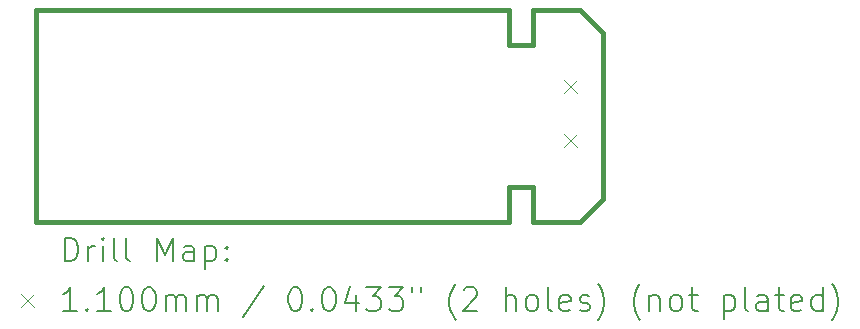
<source format=gbr>
%FSLAX45Y45*%
G04 Gerber Fmt 4.5, Leading zero omitted, Abs format (unit mm)*
G04 Created by KiCad (PCBNEW 6.0.1-79c1e3a40b~116~ubuntu20.04.1) date 2022-01-17 20:41:08*
%MOMM*%
%LPD*%
G01*
G04 APERTURE LIST*
%TA.AperFunction,Profile*%
%ADD10C,0.400000*%
%TD*%
%ADD11C,0.200000*%
%ADD12C,0.110000*%
G04 APERTURE END LIST*
D10*
X14200000Y-7000000D02*
X14200000Y-7300000D01*
X14000000Y-8500000D02*
X14000000Y-8800000D01*
X14000000Y-8500000D02*
X14200000Y-8500000D01*
X10000000Y-7000000D02*
X14000000Y-7000000D01*
X14200000Y-7000000D02*
X14600000Y-7000000D01*
X14000000Y-7300000D02*
X14200000Y-7300000D01*
X14200000Y-8500000D02*
X14200000Y-8800000D01*
X14600000Y-7000000D02*
X14800000Y-7200000D01*
X14800000Y-7200000D02*
X14800000Y-8600000D01*
X10000000Y-7000000D02*
X10000000Y-8800000D01*
X10000000Y-8800000D02*
X14000000Y-8800000D01*
X14200000Y-8800000D02*
X14600000Y-8800000D01*
X14000000Y-7000000D02*
X14000000Y-7300000D01*
X14600000Y-8800000D02*
X14800000Y-8600000D01*
D11*
D12*
X14470000Y-7592000D02*
X14580000Y-7702000D01*
X14580000Y-7592000D02*
X14470000Y-7702000D01*
X14470000Y-8052000D02*
X14580000Y-8162000D01*
X14580000Y-8052000D02*
X14470000Y-8162000D01*
D11*
X10237619Y-9130476D02*
X10237619Y-8930476D01*
X10285238Y-8930476D01*
X10313810Y-8940000D01*
X10332857Y-8959048D01*
X10342381Y-8978095D01*
X10351905Y-9016190D01*
X10351905Y-9044762D01*
X10342381Y-9082857D01*
X10332857Y-9101905D01*
X10313810Y-9120952D01*
X10285238Y-9130476D01*
X10237619Y-9130476D01*
X10437619Y-9130476D02*
X10437619Y-8997143D01*
X10437619Y-9035238D02*
X10447143Y-9016190D01*
X10456667Y-9006667D01*
X10475714Y-8997143D01*
X10494762Y-8997143D01*
X10561429Y-9130476D02*
X10561429Y-8997143D01*
X10561429Y-8930476D02*
X10551905Y-8940000D01*
X10561429Y-8949524D01*
X10570952Y-8940000D01*
X10561429Y-8930476D01*
X10561429Y-8949524D01*
X10685238Y-9130476D02*
X10666190Y-9120952D01*
X10656667Y-9101905D01*
X10656667Y-8930476D01*
X10790000Y-9130476D02*
X10770952Y-9120952D01*
X10761429Y-9101905D01*
X10761429Y-8930476D01*
X11018571Y-9130476D02*
X11018571Y-8930476D01*
X11085238Y-9073333D01*
X11151905Y-8930476D01*
X11151905Y-9130476D01*
X11332857Y-9130476D02*
X11332857Y-9025714D01*
X11323333Y-9006667D01*
X11304286Y-8997143D01*
X11266190Y-8997143D01*
X11247143Y-9006667D01*
X11332857Y-9120952D02*
X11313809Y-9130476D01*
X11266190Y-9130476D01*
X11247143Y-9120952D01*
X11237619Y-9101905D01*
X11237619Y-9082857D01*
X11247143Y-9063810D01*
X11266190Y-9054286D01*
X11313809Y-9054286D01*
X11332857Y-9044762D01*
X11428095Y-8997143D02*
X11428095Y-9197143D01*
X11428095Y-9006667D02*
X11447143Y-8997143D01*
X11485238Y-8997143D01*
X11504286Y-9006667D01*
X11513809Y-9016190D01*
X11523333Y-9035238D01*
X11523333Y-9092381D01*
X11513809Y-9111429D01*
X11504286Y-9120952D01*
X11485238Y-9130476D01*
X11447143Y-9130476D01*
X11428095Y-9120952D01*
X11609048Y-9111429D02*
X11618571Y-9120952D01*
X11609048Y-9130476D01*
X11599524Y-9120952D01*
X11609048Y-9111429D01*
X11609048Y-9130476D01*
X11609048Y-9006667D02*
X11618571Y-9016190D01*
X11609048Y-9025714D01*
X11599524Y-9016190D01*
X11609048Y-9006667D01*
X11609048Y-9025714D01*
D12*
X9870000Y-9405000D02*
X9980000Y-9515000D01*
X9980000Y-9405000D02*
X9870000Y-9515000D01*
D11*
X10342381Y-9550476D02*
X10228095Y-9550476D01*
X10285238Y-9550476D02*
X10285238Y-9350476D01*
X10266190Y-9379048D01*
X10247143Y-9398095D01*
X10228095Y-9407619D01*
X10428095Y-9531429D02*
X10437619Y-9540952D01*
X10428095Y-9550476D01*
X10418571Y-9540952D01*
X10428095Y-9531429D01*
X10428095Y-9550476D01*
X10628095Y-9550476D02*
X10513810Y-9550476D01*
X10570952Y-9550476D02*
X10570952Y-9350476D01*
X10551905Y-9379048D01*
X10532857Y-9398095D01*
X10513810Y-9407619D01*
X10751905Y-9350476D02*
X10770952Y-9350476D01*
X10790000Y-9360000D01*
X10799524Y-9369524D01*
X10809048Y-9388571D01*
X10818571Y-9426667D01*
X10818571Y-9474286D01*
X10809048Y-9512381D01*
X10799524Y-9531429D01*
X10790000Y-9540952D01*
X10770952Y-9550476D01*
X10751905Y-9550476D01*
X10732857Y-9540952D01*
X10723333Y-9531429D01*
X10713810Y-9512381D01*
X10704286Y-9474286D01*
X10704286Y-9426667D01*
X10713810Y-9388571D01*
X10723333Y-9369524D01*
X10732857Y-9360000D01*
X10751905Y-9350476D01*
X10942381Y-9350476D02*
X10961429Y-9350476D01*
X10980476Y-9360000D01*
X10990000Y-9369524D01*
X10999524Y-9388571D01*
X11009048Y-9426667D01*
X11009048Y-9474286D01*
X10999524Y-9512381D01*
X10990000Y-9531429D01*
X10980476Y-9540952D01*
X10961429Y-9550476D01*
X10942381Y-9550476D01*
X10923333Y-9540952D01*
X10913810Y-9531429D01*
X10904286Y-9512381D01*
X10894762Y-9474286D01*
X10894762Y-9426667D01*
X10904286Y-9388571D01*
X10913810Y-9369524D01*
X10923333Y-9360000D01*
X10942381Y-9350476D01*
X11094762Y-9550476D02*
X11094762Y-9417143D01*
X11094762Y-9436190D02*
X11104286Y-9426667D01*
X11123333Y-9417143D01*
X11151905Y-9417143D01*
X11170952Y-9426667D01*
X11180476Y-9445714D01*
X11180476Y-9550476D01*
X11180476Y-9445714D02*
X11190000Y-9426667D01*
X11209048Y-9417143D01*
X11237619Y-9417143D01*
X11256667Y-9426667D01*
X11266190Y-9445714D01*
X11266190Y-9550476D01*
X11361428Y-9550476D02*
X11361428Y-9417143D01*
X11361428Y-9436190D02*
X11370952Y-9426667D01*
X11390000Y-9417143D01*
X11418571Y-9417143D01*
X11437619Y-9426667D01*
X11447143Y-9445714D01*
X11447143Y-9550476D01*
X11447143Y-9445714D02*
X11456667Y-9426667D01*
X11475714Y-9417143D01*
X11504286Y-9417143D01*
X11523333Y-9426667D01*
X11532857Y-9445714D01*
X11532857Y-9550476D01*
X11923333Y-9340952D02*
X11751905Y-9598095D01*
X12180476Y-9350476D02*
X12199524Y-9350476D01*
X12218571Y-9360000D01*
X12228095Y-9369524D01*
X12237619Y-9388571D01*
X12247143Y-9426667D01*
X12247143Y-9474286D01*
X12237619Y-9512381D01*
X12228095Y-9531429D01*
X12218571Y-9540952D01*
X12199524Y-9550476D01*
X12180476Y-9550476D01*
X12161428Y-9540952D01*
X12151905Y-9531429D01*
X12142381Y-9512381D01*
X12132857Y-9474286D01*
X12132857Y-9426667D01*
X12142381Y-9388571D01*
X12151905Y-9369524D01*
X12161428Y-9360000D01*
X12180476Y-9350476D01*
X12332857Y-9531429D02*
X12342381Y-9540952D01*
X12332857Y-9550476D01*
X12323333Y-9540952D01*
X12332857Y-9531429D01*
X12332857Y-9550476D01*
X12466190Y-9350476D02*
X12485238Y-9350476D01*
X12504286Y-9360000D01*
X12513809Y-9369524D01*
X12523333Y-9388571D01*
X12532857Y-9426667D01*
X12532857Y-9474286D01*
X12523333Y-9512381D01*
X12513809Y-9531429D01*
X12504286Y-9540952D01*
X12485238Y-9550476D01*
X12466190Y-9550476D01*
X12447143Y-9540952D01*
X12437619Y-9531429D01*
X12428095Y-9512381D01*
X12418571Y-9474286D01*
X12418571Y-9426667D01*
X12428095Y-9388571D01*
X12437619Y-9369524D01*
X12447143Y-9360000D01*
X12466190Y-9350476D01*
X12704286Y-9417143D02*
X12704286Y-9550476D01*
X12656667Y-9340952D02*
X12609048Y-9483810D01*
X12732857Y-9483810D01*
X12790000Y-9350476D02*
X12913809Y-9350476D01*
X12847143Y-9426667D01*
X12875714Y-9426667D01*
X12894762Y-9436190D01*
X12904286Y-9445714D01*
X12913809Y-9464762D01*
X12913809Y-9512381D01*
X12904286Y-9531429D01*
X12894762Y-9540952D01*
X12875714Y-9550476D01*
X12818571Y-9550476D01*
X12799524Y-9540952D01*
X12790000Y-9531429D01*
X12980476Y-9350476D02*
X13104286Y-9350476D01*
X13037619Y-9426667D01*
X13066190Y-9426667D01*
X13085238Y-9436190D01*
X13094762Y-9445714D01*
X13104286Y-9464762D01*
X13104286Y-9512381D01*
X13094762Y-9531429D01*
X13085238Y-9540952D01*
X13066190Y-9550476D01*
X13009048Y-9550476D01*
X12990000Y-9540952D01*
X12980476Y-9531429D01*
X13180476Y-9350476D02*
X13180476Y-9388571D01*
X13256667Y-9350476D02*
X13256667Y-9388571D01*
X13551905Y-9626667D02*
X13542381Y-9617143D01*
X13523333Y-9588571D01*
X13513809Y-9569524D01*
X13504286Y-9540952D01*
X13494762Y-9493333D01*
X13494762Y-9455238D01*
X13504286Y-9407619D01*
X13513809Y-9379048D01*
X13523333Y-9360000D01*
X13542381Y-9331429D01*
X13551905Y-9321905D01*
X13618571Y-9369524D02*
X13628095Y-9360000D01*
X13647143Y-9350476D01*
X13694762Y-9350476D01*
X13713809Y-9360000D01*
X13723333Y-9369524D01*
X13732857Y-9388571D01*
X13732857Y-9407619D01*
X13723333Y-9436190D01*
X13609048Y-9550476D01*
X13732857Y-9550476D01*
X13970952Y-9550476D02*
X13970952Y-9350476D01*
X14056667Y-9550476D02*
X14056667Y-9445714D01*
X14047143Y-9426667D01*
X14028095Y-9417143D01*
X13999524Y-9417143D01*
X13980476Y-9426667D01*
X13970952Y-9436190D01*
X14180476Y-9550476D02*
X14161428Y-9540952D01*
X14151905Y-9531429D01*
X14142381Y-9512381D01*
X14142381Y-9455238D01*
X14151905Y-9436190D01*
X14161428Y-9426667D01*
X14180476Y-9417143D01*
X14209048Y-9417143D01*
X14228095Y-9426667D01*
X14237619Y-9436190D01*
X14247143Y-9455238D01*
X14247143Y-9512381D01*
X14237619Y-9531429D01*
X14228095Y-9540952D01*
X14209048Y-9550476D01*
X14180476Y-9550476D01*
X14361428Y-9550476D02*
X14342381Y-9540952D01*
X14332857Y-9521905D01*
X14332857Y-9350476D01*
X14513809Y-9540952D02*
X14494762Y-9550476D01*
X14456667Y-9550476D01*
X14437619Y-9540952D01*
X14428095Y-9521905D01*
X14428095Y-9445714D01*
X14437619Y-9426667D01*
X14456667Y-9417143D01*
X14494762Y-9417143D01*
X14513809Y-9426667D01*
X14523333Y-9445714D01*
X14523333Y-9464762D01*
X14428095Y-9483810D01*
X14599524Y-9540952D02*
X14618571Y-9550476D01*
X14656667Y-9550476D01*
X14675714Y-9540952D01*
X14685238Y-9521905D01*
X14685238Y-9512381D01*
X14675714Y-9493333D01*
X14656667Y-9483810D01*
X14628095Y-9483810D01*
X14609048Y-9474286D01*
X14599524Y-9455238D01*
X14599524Y-9445714D01*
X14609048Y-9426667D01*
X14628095Y-9417143D01*
X14656667Y-9417143D01*
X14675714Y-9426667D01*
X14751905Y-9626667D02*
X14761428Y-9617143D01*
X14780476Y-9588571D01*
X14790000Y-9569524D01*
X14799524Y-9540952D01*
X14809048Y-9493333D01*
X14809048Y-9455238D01*
X14799524Y-9407619D01*
X14790000Y-9379048D01*
X14780476Y-9360000D01*
X14761428Y-9331429D01*
X14751905Y-9321905D01*
X15113809Y-9626667D02*
X15104286Y-9617143D01*
X15085238Y-9588571D01*
X15075714Y-9569524D01*
X15066190Y-9540952D01*
X15056667Y-9493333D01*
X15056667Y-9455238D01*
X15066190Y-9407619D01*
X15075714Y-9379048D01*
X15085238Y-9360000D01*
X15104286Y-9331429D01*
X15113809Y-9321905D01*
X15190000Y-9417143D02*
X15190000Y-9550476D01*
X15190000Y-9436190D02*
X15199524Y-9426667D01*
X15218571Y-9417143D01*
X15247143Y-9417143D01*
X15266190Y-9426667D01*
X15275714Y-9445714D01*
X15275714Y-9550476D01*
X15399524Y-9550476D02*
X15380476Y-9540952D01*
X15370952Y-9531429D01*
X15361428Y-9512381D01*
X15361428Y-9455238D01*
X15370952Y-9436190D01*
X15380476Y-9426667D01*
X15399524Y-9417143D01*
X15428095Y-9417143D01*
X15447143Y-9426667D01*
X15456667Y-9436190D01*
X15466190Y-9455238D01*
X15466190Y-9512381D01*
X15456667Y-9531429D01*
X15447143Y-9540952D01*
X15428095Y-9550476D01*
X15399524Y-9550476D01*
X15523333Y-9417143D02*
X15599524Y-9417143D01*
X15551905Y-9350476D02*
X15551905Y-9521905D01*
X15561428Y-9540952D01*
X15580476Y-9550476D01*
X15599524Y-9550476D01*
X15818571Y-9417143D02*
X15818571Y-9617143D01*
X15818571Y-9426667D02*
X15837619Y-9417143D01*
X15875714Y-9417143D01*
X15894762Y-9426667D01*
X15904286Y-9436190D01*
X15913809Y-9455238D01*
X15913809Y-9512381D01*
X15904286Y-9531429D01*
X15894762Y-9540952D01*
X15875714Y-9550476D01*
X15837619Y-9550476D01*
X15818571Y-9540952D01*
X16028095Y-9550476D02*
X16009048Y-9540952D01*
X15999524Y-9521905D01*
X15999524Y-9350476D01*
X16190000Y-9550476D02*
X16190000Y-9445714D01*
X16180476Y-9426667D01*
X16161428Y-9417143D01*
X16123333Y-9417143D01*
X16104286Y-9426667D01*
X16190000Y-9540952D02*
X16170952Y-9550476D01*
X16123333Y-9550476D01*
X16104286Y-9540952D01*
X16094762Y-9521905D01*
X16094762Y-9502857D01*
X16104286Y-9483810D01*
X16123333Y-9474286D01*
X16170952Y-9474286D01*
X16190000Y-9464762D01*
X16256667Y-9417143D02*
X16332857Y-9417143D01*
X16285238Y-9350476D02*
X16285238Y-9521905D01*
X16294762Y-9540952D01*
X16313809Y-9550476D01*
X16332857Y-9550476D01*
X16475714Y-9540952D02*
X16456667Y-9550476D01*
X16418571Y-9550476D01*
X16399524Y-9540952D01*
X16390000Y-9521905D01*
X16390000Y-9445714D01*
X16399524Y-9426667D01*
X16418571Y-9417143D01*
X16456667Y-9417143D01*
X16475714Y-9426667D01*
X16485238Y-9445714D01*
X16485238Y-9464762D01*
X16390000Y-9483810D01*
X16656667Y-9550476D02*
X16656667Y-9350476D01*
X16656667Y-9540952D02*
X16637619Y-9550476D01*
X16599524Y-9550476D01*
X16580476Y-9540952D01*
X16570952Y-9531429D01*
X16561428Y-9512381D01*
X16561428Y-9455238D01*
X16570952Y-9436190D01*
X16580476Y-9426667D01*
X16599524Y-9417143D01*
X16637619Y-9417143D01*
X16656667Y-9426667D01*
X16732857Y-9626667D02*
X16742381Y-9617143D01*
X16761428Y-9588571D01*
X16770952Y-9569524D01*
X16780476Y-9540952D01*
X16790000Y-9493333D01*
X16790000Y-9455238D01*
X16780476Y-9407619D01*
X16770952Y-9379048D01*
X16761428Y-9360000D01*
X16742381Y-9331429D01*
X16732857Y-9321905D01*
M02*

</source>
